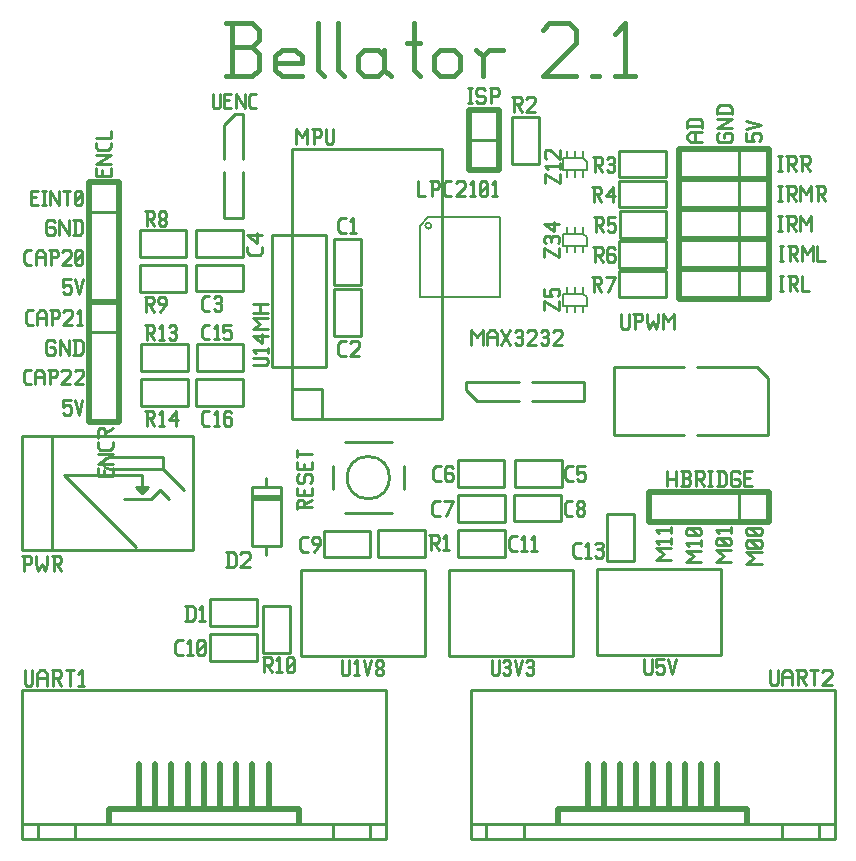
<source format=gbr>
G04 start of page 7 for group -4079 idx -4079 *
G04 Title: (unknown), topsilk *
G04 Creator: pcb 20110918 *
G04 CreationDate: Mon 01 Apr 2013 04:29:37 PM GMT UTC *
G04 For: telmo *
G04 Format: Gerber/RS-274X *
G04 PCB-Dimensions: 275000 278000 *
G04 PCB-Coordinate-Origin: lower left *
%MOIN*%
%FSLAX25Y25*%
%LNTOPSILK*%
%ADD182C,0.0060*%
%ADD181C,0.0080*%
%ADD180C,0.0200*%
%ADD179C,0.0178*%
%ADD178C,0.0100*%
G54D178*X3422Y153757D02*X4969D01*
X2589Y154590D02*X3422Y153757D01*
X2589Y157684D02*Y154590D01*
Y157684D02*X3422Y158517D01*
X4969D01*
X6397Y157327D02*Y153757D01*
Y157327D02*X7230Y158517D01*
X8539D01*
X9372Y157327D01*
Y153757D01*
X6397Y156137D02*X9372D01*
X11395Y158517D02*Y153757D01*
X10800Y158517D02*X13180D01*
X13775Y157922D01*
Y156732D01*
X13180Y156137D02*X13775Y156732D01*
X11395Y156137D02*X13180D01*
X15203Y157922D02*X15798Y158517D01*
X17583D01*
X18178Y157922D01*
Y156732D01*
X15203Y153757D02*X18178Y156732D01*
X15203Y153757D02*X18178D01*
X19606Y157922D02*X20201Y158517D01*
X21986D01*
X22581Y157922D01*
Y156732D01*
X19606Y153757D02*X22581Y156732D01*
X19606Y153757D02*X22581D01*
X15776Y148430D02*X18256D01*
X15776D02*Y145950D01*
X16396Y146570D01*
X17636D01*
X18256Y145950D01*
Y144090D01*
X17636Y143470D02*X18256Y144090D01*
X16396Y143470D02*X17636D01*
X15776Y144090D02*X16396Y143470D01*
X19744Y148430D02*X20984Y143470D01*
X22224Y148430D01*
X12514Y168418D02*X13134Y167798D01*
X10654Y168418D02*X12514D01*
X10034Y167798D02*X10654Y168418D01*
X10034Y167798D02*Y164078D01*
X10654Y163458D01*
X12514D01*
X13134Y164078D01*
Y165318D02*Y164078D01*
X12514Y165938D02*X13134Y165318D01*
X11274Y165938D02*X12514D01*
X14622Y168418D02*Y163458D01*
Y168418D02*X17722Y163458D01*
Y168418D02*Y163458D01*
X19830Y168418D02*Y163458D01*
X21442Y168418D02*X22310Y167550D01*
Y164326D01*
X21442Y163458D02*X22310Y164326D01*
X19210Y163458D02*X21442D01*
X19210Y168418D02*X21442D01*
X4133Y173454D02*X5680D01*
X3300Y174287D02*X4133Y173454D01*
X3300Y177381D02*Y174287D01*
Y177381D02*X4133Y178214D01*
X5680D01*
X7108Y177024D02*Y173454D01*
Y177024D02*X7941Y178214D01*
X9250D01*
X10083Y177024D01*
Y173454D01*
X7108Y175834D02*X10083D01*
X12106Y178214D02*Y173454D01*
X11511Y178214D02*X13891D01*
X14486Y177619D01*
Y176429D01*
X13891Y175834D02*X14486Y176429D01*
X12106Y175834D02*X13891D01*
X15914Y177619D02*X16509Y178214D01*
X18294D01*
X18889Y177619D01*
Y176429D01*
X15914Y173454D02*X18889Y176429D01*
X15914Y173454D02*X18889D01*
X20317Y177262D02*X21269Y178214D01*
Y173454D01*
X20317D02*X22102D01*
X3642Y193543D02*X5189D01*
X2809Y194376D02*X3642Y193543D01*
X2809Y197470D02*Y194376D01*
Y197470D02*X3642Y198303D01*
X5189D01*
X6617Y197113D02*Y193543D01*
Y197113D02*X7450Y198303D01*
X8759D01*
X9592Y197113D01*
Y193543D01*
X6617Y195923D02*X9592D01*
X11615Y198303D02*Y193543D01*
X11020Y198303D02*X13400D01*
X13995Y197708D01*
Y196518D01*
X13400Y195923D02*X13995Y196518D01*
X11615Y195923D02*X13400D01*
X15423Y197708D02*X16018Y198303D01*
X17803D01*
X18398Y197708D01*
Y196518D01*
X15423Y193543D02*X18398Y196518D01*
X15423Y193543D02*X18398D01*
X19826Y194138D02*X20421Y193543D01*
X19826Y197708D02*Y194138D01*
Y197708D02*X20421Y198303D01*
X21611D01*
X22206Y197708D01*
Y194138D01*
X21611Y193543D02*X22206Y194138D01*
X20421Y193543D02*X21611D01*
X19826Y194733D02*X22206Y197113D01*
X4976Y215992D02*X6761D01*
X4976Y213374D02*X7356D01*
X4976Y218134D02*Y213374D01*
Y218134D02*X7356D01*
X8784D02*X9974D01*
X9379D02*Y213374D01*
X8784D02*X9974D01*
X11402Y218134D02*Y213374D01*
Y218134D02*X14377Y213374D01*
Y218134D02*Y213374D01*
X15805Y218134D02*X18185D01*
X16995D02*Y213374D01*
X19613Y213969D02*X20208Y213374D01*
X19613Y217539D02*Y213969D01*
Y217539D02*X20208Y218134D01*
X21398D01*
X21993Y217539D01*
Y213969D01*
X21398Y213374D02*X21993Y213969D01*
X20208Y213374D02*X21398D01*
X19613Y214564D02*X21993Y216944D01*
X15900Y188592D02*X18380D01*
X15900D02*Y186112D01*
X16520Y186732D01*
X17760D01*
X18380Y186112D01*
Y184252D01*
X17760Y183632D02*X18380Y184252D01*
X16520Y183632D02*X17760D01*
X15900Y184252D02*X16520Y183632D01*
X19868Y188592D02*X21108Y183632D01*
X22348Y188592D01*
X12448Y208447D02*X13068Y207827D01*
X10588Y208447D02*X12448D01*
X9968Y207827D02*X10588Y208447D01*
X9968Y207827D02*Y204107D01*
X10588Y203487D01*
X12448D01*
X13068Y204107D01*
Y205347D02*Y204107D01*
X12448Y205967D02*X13068Y205347D01*
X11208Y205967D02*X12448D01*
X14556Y208447D02*Y203487D01*
Y208447D02*X17656Y203487D01*
Y208447D02*Y203487D01*
X19764Y208447D02*Y203487D01*
X21376Y208447D02*X22244Y207579D01*
Y204355D01*
X21376Y203487D02*X22244Y204355D01*
X19144Y203487D02*X21376D01*
X19144Y208447D02*X21376D01*
X225108Y234452D02*X228828D01*
X225108D02*X223868Y235320D01*
Y236684D02*Y235320D01*
Y236684D02*X225108Y237552D01*
X228828D01*
X226348D02*Y234452D01*
X223868Y239660D02*X228828D01*
X223868Y241272D02*X224736Y242140D01*
X227960D01*
X228828Y241272D02*X227960Y242140D01*
X228828Y241272D02*Y239040D01*
X223868Y241272D02*Y239040D01*
G54D179*X70000Y256300D02*X78880D01*
X81100Y258520D01*
Y263848D02*Y258520D01*
X78880Y266068D02*X81100Y263848D01*
X72220Y266068D02*X78880D01*
X72220Y274060D02*Y256300D01*
X70000Y274060D02*X78880D01*
X81100Y271840D01*
Y268288D01*
X78880Y266068D02*X81100Y268288D01*
X88648Y256300D02*X95308D01*
X86428Y258520D02*X88648Y256300D01*
X86428Y262960D02*Y258520D01*
Y262960D02*X88648Y265180D01*
X93088D01*
X95308Y262960D01*
X86428Y260740D02*X95308D01*
Y262960D02*Y260740D01*
X100636Y274060D02*Y258520D01*
X102856Y256300D01*
X107296Y274060D02*Y258520D01*
X109516Y256300D01*
X120616Y265180D02*X122836Y262960D01*
X116176Y265180D02*X120616D01*
X113956Y262960D02*X116176Y265180D01*
X113956Y262960D02*Y258520D01*
X116176Y256300D01*
X122836Y265180D02*Y258520D01*
X125056Y256300D01*
X116176D02*X120616D01*
X122836Y258520D01*
X132604Y274060D02*Y258520D01*
X134824Y256300D01*
X130384Y267400D02*X134824D01*
X139264Y262960D02*Y258520D01*
Y262960D02*X141484Y265180D01*
X145924D01*
X148144Y262960D01*
Y258520D01*
X145924Y256300D02*X148144Y258520D01*
X141484Y256300D02*X145924D01*
X139264Y258520D02*X141484Y256300D01*
X155692Y262960D02*Y256300D01*
Y262960D02*X157912Y265180D01*
X162352D01*
X153472D02*X155692Y262960D01*
X175672Y271840D02*X177892Y274060D01*
X184552D01*
X186772Y271840D01*
Y267400D01*
X175672Y256300D02*X186772Y267400D01*
X175672Y256300D02*X186772D01*
X192100D02*X194320D01*
X199648Y270508D02*X203200Y274060D01*
Y256300D01*
X199648D02*X206308D01*
G54D178*X243559Y237335D02*Y234855D01*
X246039D01*
X245419Y235475D01*
Y236715D02*Y235475D01*
Y236715D02*X246039Y237335D01*
X247899D01*
X248519Y236715D02*X247899Y237335D01*
X248519Y236715D02*Y235475D01*
X247899Y234855D02*X248519Y235475D01*
X243559Y238823D02*X248519Y240063D01*
X243559Y241303D01*
X243530Y93750D02*X248690D01*
X243530D02*X246110Y95685D01*
X243530Y97620D01*
X248690D01*
X248045Y99168D02*X248690Y99813D01*
X244175Y99168D02*X248045D01*
X244175D02*X243530Y99813D01*
Y101103D02*Y99813D01*
Y101103D02*X244175Y101748D01*
X248045D01*
X248690Y101103D02*X248045Y101748D01*
X248690Y101103D02*Y99813D01*
X247400Y99168D02*X244820Y101748D01*
X248045Y103296D02*X248690Y103941D01*
X244175Y103296D02*X248045D01*
X244175D02*X243530Y103941D01*
Y105231D02*Y103941D01*
Y105231D02*X244175Y105876D01*
X248045D01*
X248690Y105231D02*X248045Y105876D01*
X248690Y105231D02*Y103941D01*
X247400Y103296D02*X244820Y105876D01*
X233760Y236896D02*X234380Y237516D01*
X233760Y236896D02*Y235036D01*
X234380Y234416D02*X233760Y235036D01*
X234380Y234416D02*X238100D01*
X238720Y235036D01*
Y236896D02*Y235036D01*
Y236896D02*X238100Y237516D01*
X236860D02*X238100D01*
X236240Y236896D02*X236860Y237516D01*
X236240Y236896D02*Y235656D01*
X233760Y239004D02*X238720D01*
X233760D02*X238720Y242104D01*
X233760D02*X238720D01*
X233760Y244212D02*X238720D01*
X233760Y245824D02*X234628Y246692D01*
X237852D01*
X238720Y245824D02*X237852Y246692D01*
X238720Y245824D02*Y243592D01*
X233760Y245824D02*Y243592D01*
X223400Y94320D02*X228560D01*
X223400D02*X225980Y96255D01*
X223400Y98190D01*
X228560D01*
X224432Y99738D02*X223400Y100770D01*
X228560D01*
Y101673D02*Y99738D01*
X227915Y103221D02*X228560Y103866D01*
X224045Y103221D02*X227915D01*
X224045D02*X223400Y103866D01*
Y105156D02*Y103866D01*
Y105156D02*X224045Y105801D01*
X227915D01*
X228560Y105156D02*X227915Y105801D01*
X228560Y105156D02*Y103866D01*
X227270Y103221D02*X224690Y105801D01*
X213420Y95050D02*X218580D01*
X213420D02*X216000Y96985D01*
X213420Y98920D01*
X218580D01*
X214452Y100468D02*X213420Y101500D01*
X218580D01*
Y102403D02*Y100468D01*
X214452Y103951D02*X213420Y104983D01*
X218580D01*
Y105886D02*Y103951D01*
X233370Y94480D02*X238530D01*
X233370D02*X235950Y96415D01*
X233370Y98350D01*
X238530D01*
X237885Y99898D02*X238530Y100543D01*
X234015Y99898D02*X237885D01*
X234015D02*X233370Y100543D01*
Y101833D02*Y100543D01*
Y101833D02*X234015Y102478D01*
X237885D01*
X238530Y101833D02*X237885Y102478D01*
X238530Y101833D02*Y100543D01*
X237240Y99898D02*X234660Y102478D01*
X234402Y104026D02*X233370Y105058D01*
X238530D01*
Y105961D02*Y104026D01*
G54D180*X233900Y26900D02*Y12050D01*
X228500Y26900D02*Y12050D01*
X223100Y26900D02*Y12050D01*
X217700Y26900D02*Y12050D01*
X212300Y26900D02*Y12050D01*
X206900Y26900D02*Y12050D01*
X201500Y26900D02*Y12050D01*
X196100Y26900D02*Y12050D01*
X190700Y26900D02*Y12050D01*
G54D178*X267750Y7050D02*Y2050D01*
X255250Y7050D02*Y2050D01*
X169350Y7050D02*Y2050D01*
X156850Y7050D02*Y2050D01*
G54D180*X243900Y12050D02*Y7550D01*
X180700Y12050D02*X243900D01*
X180700D02*Y7550D01*
G54D178*X272950Y51750D02*Y2050D01*
X151650D02*X272950D01*
X151650Y51750D02*Y2050D01*
Y51750D02*X272950D01*
X151650Y7050D02*X272950D01*
X193650Y91980D02*X235050D01*
X193650D02*Y63480D01*
X235050D01*
Y91980D02*Y63480D01*
X144500Y91700D02*X185900D01*
X144500D02*Y63200D01*
X185900D01*
Y91700D02*Y63200D01*
X41295Y184517D02*Y193421D01*
X56893D01*
Y184517D01*
X41295D01*
Y196017D02*Y204921D01*
X56893D01*
Y196017D01*
X41295D01*
X41669Y146517D02*Y155421D01*
X57267D01*
Y146517D01*
X41669D01*
Y158018D02*Y166922D01*
X57267D01*
Y158018D01*
X41669D01*
X75705Y193483D02*Y184579D01*
X60107D02*X75705D01*
X60107Y193483D02*Y184579D01*
Y193483D02*X75705D01*
Y204983D02*Y196079D01*
X60107D02*X75705D01*
X60107Y204983D02*Y196079D01*
Y204983D02*X75705D01*
G54D180*X24500Y181000D02*X34500D01*
Y221000D01*
X24500D01*
G54D178*Y211000D02*X34500D01*
G54D180*X24500Y221000D02*Y181000D01*
Y141000D02*X34500D01*
Y181000D01*
X24500D01*
G54D178*Y171000D02*X34500D01*
G54D180*X24500Y181000D02*Y141000D01*
G54D178*X60295Y166922D02*Y158018D01*
Y166922D02*X75893D01*
Y158018D01*
X60295D02*X75893D01*
X120915Y104939D02*Y96035D01*
Y104939D02*X136513D01*
Y96035D01*
X120915D02*X136513D01*
X147394Y116721D02*Y107817D01*
Y116721D02*X162992D01*
Y107817D01*
X147394D02*X162992D01*
X147295Y119517D02*Y128421D01*
X162893D01*
Y119517D01*
X147295D01*
X163005Y104983D02*Y96079D01*
X147407D02*X163005D01*
X147407Y104983D02*Y96079D01*
Y104983D02*X163005D01*
G54D181*X137521Y209379D02*X161379D01*
Y182621D01*
X134621D01*
Y206479D01*
X137521Y209379D01*
X136521Y206479D02*G75*G03X136521Y206479I1000J0D01*G01*
G54D178*X92000Y232000D02*Y142000D01*
X142000D01*
Y232000D02*X92000D01*
Y152000D02*X102000D01*
Y142000D02*Y152000D01*
X142000Y142000D02*Y232000D01*
X106017Y202205D02*X114921D01*
Y186607D01*
X106017D02*X114921D01*
X106017Y202205D02*Y186607D01*
G54D180*X151000Y225000D02*X161000D01*
G54D178*X151000Y235000D02*X161000D01*
G54D180*Y245000D02*Y225000D01*
X151000Y245000D02*Y225000D01*
Y245000D02*X161000D01*
G54D178*X69400Y240200D02*Y228700D01*
Y240200D02*X73000Y243800D01*
X75600D01*
Y228700D01*
X69400Y224300D02*Y209200D01*
X75600D01*
Y224300D02*Y209200D01*
X85500Y203500D02*X103500D01*
X85500Y159500D02*X103500D01*
X85500Y203500D02*Y159500D01*
X103500Y203500D02*Y159500D01*
X106078Y169795D02*X114982D01*
X106078Y185393D02*Y169795D01*
Y185393D02*X114982D01*
Y169795D01*
X105689Y126437D02*Y118563D01*
X129311Y126437D02*Y118563D01*
X109626Y134311D02*X125374D01*
X109626Y110689D02*X125374D01*
X117500Y129586D02*G75*G03X117500Y129586I0J-7086D01*G01*
X165361Y242626D02*X174265D01*
Y227028D01*
X165361D02*X174265D01*
X165361Y242626D02*Y227028D01*
G54D182*X189197Y203850D02*X190378Y202669D01*
X189000Y199716D02*Y197551D01*
X186441Y199716D02*Y197551D01*
X183882Y199716D02*Y197551D01*
Y206016D02*Y203850D01*
X186441Y206016D02*Y203850D01*
X189000Y206016D02*Y203850D01*
X182504Y199716D02*X190378D01*
X182504Y203850D02*Y199716D01*
X190378Y202669D02*Y199716D01*
X182504Y203850D02*X189197D01*
X189211Y229051D02*X190392Y227870D01*
X189014Y224917D02*Y222752D01*
X186455Y224917D02*Y222752D01*
X183896Y224917D02*Y222752D01*
Y231217D02*Y229051D01*
X186455Y231217D02*Y229051D01*
X189014Y231217D02*Y229051D01*
X182518Y224917D02*X190392D01*
X182518Y229051D02*Y224917D01*
X190392Y227870D02*Y224917D01*
X182518Y229051D02*X189211D01*
G54D178*X60169Y155421D02*Y146517D01*
Y155421D02*X75767D01*
Y146517D01*
X60169D02*X75767D01*
X78646Y119255D02*X88354D01*
X83500Y122250D02*Y119255D01*
X88354D02*Y99745D01*
X78646D02*X88354D01*
X83500D02*Y96750D01*
X78646Y119255D02*Y99745D01*
Y116255D02*X88354D01*
X78646Y115755D02*X88354D01*
X78646Y115255D02*X88354D01*
X102638Y104843D02*Y95939D01*
Y104843D02*X118236D01*
Y95939D01*
X102638D02*X118236D01*
X40228Y119281D02*X42228Y117281D01*
X40228Y119281D02*X44228D01*
X42228Y117281D02*X44228Y119281D01*
X42228Y123281D02*Y117281D01*
X16228Y123281D02*X42228D01*
X40228Y99281D02*X16228Y123281D01*
X48228Y118281D02*X51228Y115281D01*
X45228D02*X48228Y118281D01*
X36228Y115281D02*X45228D01*
X49228Y125281D02*X56228Y118281D01*
X49228Y129281D02*Y125281D01*
X31228Y129281D02*X49228D01*
X31228Y125281D02*X49228D01*
X59228Y136281D02*Y98281D01*
X12228Y136281D02*Y98281D01*
X2228D02*X59228D01*
X2228Y136281D02*X59228D01*
X2228D02*Y98281D01*
X29228Y127281D02*G75*G03X31228Y125281I2000J0D01*G01*
Y129281D02*G75*G03X29228Y127281I0J-2000D01*G01*
X95000Y91700D02*X136400D01*
X95000D02*Y63200D01*
X136400D01*
Y91700D02*Y63200D01*
G54D180*X84300Y26900D02*Y12050D01*
X78900Y26900D02*Y12050D01*
X73500Y26900D02*Y12050D01*
X68100Y26900D02*Y12050D01*
X62700Y26900D02*Y12050D01*
X57300Y26900D02*Y12050D01*
X51900Y26900D02*Y12050D01*
X46500Y26900D02*Y12050D01*
X41100Y26900D02*Y12050D01*
G54D178*X118150Y7050D02*Y2050D01*
X105650Y7050D02*Y2050D01*
X19750Y7050D02*Y2050D01*
X7250Y7050D02*Y2050D01*
G54D180*X94300Y12050D02*Y7550D01*
X31100Y12050D02*X94300D01*
X31100D02*Y7550D01*
G54D178*X123350Y51750D02*Y2050D01*
X2050D02*X123350D01*
X2050Y51750D02*Y2050D01*
Y51750D02*X123350D01*
X2050Y7050D02*X123350D01*
X64795Y70421D02*Y61517D01*
Y70421D02*X80393D01*
Y61517D01*
X64795D02*X80393D01*
X82579Y64169D02*X91483D01*
X82579Y79767D02*Y64169D01*
Y79767D02*X91483D01*
Y64169D01*
X80331Y81983D02*Y73079D01*
X64733D02*X80331D01*
X64733Y81983D02*Y73079D01*
Y81983D02*X80331D01*
G54D182*X189197Y183850D02*X190378Y182669D01*
X189000Y179716D02*Y177551D01*
X186441Y179716D02*Y177551D01*
X183882Y179716D02*Y177551D01*
Y186016D02*Y183850D01*
X186441Y186016D02*Y183850D01*
X189000Y186016D02*Y183850D01*
X182504Y179716D02*X190378D01*
X182504Y183850D02*Y179716D01*
X190378Y182669D02*Y179716D01*
X182504Y183850D02*X189197D01*
G54D180*X251000Y202000D02*Y192000D01*
G54D178*X241000Y202000D02*Y192000D01*
G54D180*X221000Y202000D02*X251000D01*
X221000D02*Y192000D01*
X251000D01*
Y182000D01*
G54D178*X241000Y192000D02*Y182000D01*
G54D180*X221000Y192000D02*X251000D01*
X221000D02*Y182000D01*
X251000D01*
Y212000D02*Y202000D01*
G54D178*X241000Y212000D02*Y202000D01*
G54D180*X221000Y212000D02*X251000D01*
X221000D02*Y202000D01*
X251000D01*
Y222000D02*Y212000D01*
G54D178*X241000Y222000D02*Y212000D01*
G54D180*X221000Y222000D02*X251000D01*
X221000D02*Y212000D01*
X251000D01*
G54D178*X201169Y201421D02*Y192517D01*
Y201421D02*X216767D01*
Y192517D01*
X201169D02*X216767D01*
X201200Y221500D02*Y212596D01*
Y221500D02*X216798D01*
Y212596D01*
X201200D02*X216798D01*
X201295Y211421D02*Y202517D01*
Y211421D02*X216893D01*
Y202517D01*
X201295D02*X216893D01*
X201200Y191500D02*Y182596D01*
Y191500D02*X216798D01*
Y182596D01*
X201200D02*X216798D01*
G54D180*X251000Y232000D02*Y222000D01*
G54D178*X241000Y232000D02*Y222000D01*
G54D180*X221000Y232000D02*X251000D01*
X221000D02*Y222000D01*
X251000D01*
G54D178*X201090Y231453D02*Y222549D01*
Y231453D02*X216688D01*
Y222549D01*
X201090D02*X216688D01*
X166338Y119539D02*Y128443D01*
X181936D01*
Y119539D01*
X166338D01*
X166095Y116822D02*Y107918D01*
Y116822D02*X181693D01*
Y107918D01*
X166095D02*X181693D01*
X197018Y94679D02*X205922D01*
X197018Y110277D02*Y94679D01*
Y110277D02*X205922D01*
Y94679D01*
X227200Y159350D02*X247000D01*
X250600Y155750D01*
Y136650D01*
X227200D02*X250600D01*
X199400Y159350D02*X222800D01*
X199400D02*Y136650D01*
X222800D01*
X153700Y148200D02*X167600D01*
X153700D02*X150100Y151800D01*
Y154400D02*Y151800D01*
Y154400D02*X167600D01*
X172000Y148200D02*X189500D01*
Y154400D02*Y148200D01*
X172000Y154400D02*X189500D01*
G54D180*X211020Y117760D02*Y107760D01*
X251020D01*
Y117760D02*Y107760D01*
G54D178*X241020Y117760D02*Y107760D01*
G54D180*X211020Y117760D02*X251020D01*
G54D178*X28843Y224931D02*Y223056D01*
X31593Y225556D02*Y223056D01*
X26593D02*X31593D01*
X26593Y225556D02*Y223056D01*
Y227056D02*X31593D01*
X26593D02*X31593Y230181D01*
X26593D02*X31593D01*
Y234181D02*Y232556D01*
X30718Y231681D02*X31593Y232556D01*
X27468Y231681D02*X30718D01*
X27468D02*X26593Y232556D01*
Y234181D02*Y232556D01*
Y235681D02*X31593D01*
Y238181D02*Y235681D01*
X134000Y221250D02*Y216250D01*
X136500D01*
X138625Y221250D02*Y216250D01*
X138000Y221250D02*X140500D01*
X141125Y220625D01*
Y219375D01*
X140500Y218750D02*X141125Y219375D01*
X138625Y218750D02*X140500D01*
X143500Y216250D02*X145125D01*
X142625Y217125D02*X143500Y216250D01*
X142625Y220375D02*Y217125D01*
Y220375D02*X143500Y221250D01*
X145125D01*
X146625Y220625D02*X147250Y221250D01*
X149125D01*
X149750Y220625D01*
Y219375D01*
X146625Y216250D02*X149750Y219375D01*
X146625Y216250D02*X149750D01*
X151250Y220250D02*X152250Y221250D01*
Y216250D01*
X151250D02*X153125D01*
X154625Y216875D02*X155250Y216250D01*
X154625Y220625D02*Y216875D01*
Y220625D02*X155250Y221250D01*
X156500D01*
X157125Y220625D01*
Y216875D01*
X156500Y216250D02*X157125Y216875D01*
X155250Y216250D02*X156500D01*
X154625Y217500D02*X157125Y220000D01*
X158625Y220250D02*X159625Y221250D01*
Y216250D01*
X158625D02*X160500D01*
X93493Y238696D02*Y233696D01*
Y238696D02*X95368Y236196D01*
X97243Y238696D01*
Y233696D01*
X99368Y238696D02*Y233696D01*
X98743Y238696D02*X101243D01*
X101868Y238071D01*
Y236821D01*
X101243Y236196D02*X101868Y236821D01*
X99368Y236196D02*X101243D01*
X103368Y238696D02*Y234321D01*
X103993Y233696D01*
X105243D01*
X105868Y234321D01*
Y238696D02*Y234321D01*
X150871Y252220D02*X152071D01*
X151471D02*Y247420D01*
X150871D02*X152071D01*
X155911Y252220D02*X156511Y251620D01*
X154111Y252220D02*X155911D01*
X153511Y251620D02*X154111Y252220D01*
X153511Y251620D02*Y250420D01*
X154111Y249820D01*
X155911D01*
X156511Y249220D01*
Y248020D01*
X155911Y247420D02*X156511Y248020D01*
X154111Y247420D02*X155911D01*
X153511Y248020D02*X154111Y247420D01*
X158551Y252220D02*Y247420D01*
X157951Y252220D02*X160351D01*
X160951Y251620D01*
Y250420D01*
X160351Y249820D02*X160951Y250420D01*
X158551Y249820D02*X160351D01*
X65608Y250412D02*Y246212D01*
X66208Y245612D01*
X67408D01*
X68008Y246212D01*
Y250412D02*Y246212D01*
X69448Y248252D02*X71248D01*
X69448Y245612D02*X71848D01*
X69448Y250412D02*Y245612D01*
Y250412D02*X71848D01*
X73288D02*Y245612D01*
Y250412D02*X76288Y245612D01*
Y250412D02*Y245612D01*
X78568D02*X80128D01*
X77728Y246452D02*X78568Y245612D01*
X77728Y249572D02*Y246452D01*
Y249572D02*X78568Y250412D01*
X80128D01*
X165482Y249438D02*X167982D01*
X168607Y248813D01*
Y247563D01*
X167982Y246938D02*X168607Y247563D01*
X166107Y246938D02*X167982D01*
X166107Y249438D02*Y244438D01*
X167107Y246938D02*X168607Y244438D01*
X170107Y248813D02*X170732Y249438D01*
X172607D01*
X173232Y248813D01*
Y247563D01*
X170107Y244438D02*X173232Y247563D01*
X170107Y244438D02*X173232D01*
X42942Y182790D02*X45442D01*
X46067Y182165D01*
Y180915D01*
X45442Y180290D02*X46067Y180915D01*
X43567Y180290D02*X45442D01*
X43567Y182790D02*Y177790D01*
X44567Y180290D02*X46067Y177790D01*
X48192D02*X50067Y180290D01*
Y182165D02*Y180290D01*
X49442Y182790D02*X50067Y182165D01*
X48192Y182790D02*X49442D01*
X47567Y182165D02*X48192Y182790D01*
X47567Y182165D02*Y180915D01*
X48192Y180290D01*
X50067D01*
X43000Y211347D02*X45500D01*
X46125Y210722D01*
Y209472D01*
X45500Y208847D02*X46125Y209472D01*
X43625Y208847D02*X45500D01*
X43625Y211347D02*Y206347D01*
X44625Y208847D02*X46125Y206347D01*
X47625Y206972D02*X48250Y206347D01*
X47625Y207972D02*Y206972D01*
Y207972D02*X48500Y208847D01*
X49250D01*
X50125Y207972D01*
Y206972D01*
X49500Y206347D02*X50125Y206972D01*
X48250Y206347D02*X49500D01*
X47625Y209722D02*X48500Y208847D01*
X47625Y210722D02*Y209722D01*
Y210722D02*X48250Y211347D01*
X49500D01*
X50125Y210722D01*
Y209722D01*
X49250Y208847D02*X50125Y209722D01*
X43031Y173329D02*X45531D01*
X46156Y172704D01*
Y171454D01*
X45531Y170829D02*X46156Y171454D01*
X43656Y170829D02*X45531D01*
X43656Y173329D02*Y168329D01*
X44656Y170829D02*X46156Y168329D01*
X47656Y172329D02*X48656Y173329D01*
Y168329D01*
X47656D02*X49531D01*
X51031Y172704D02*X51656Y173329D01*
X52906D01*
X53531Y172704D01*
X52906Y168329D02*X53531Y168954D01*
X51656Y168329D02*X52906D01*
X51031Y168954D02*X51656Y168329D01*
Y171079D02*X52906D01*
X53531Y172704D02*Y171704D01*
Y170454D02*Y168954D01*
Y170454D02*X52906Y171079D01*
X53531Y171704D02*X52906Y171079D01*
X29557Y125070D02*Y123195D01*
X32307Y125695D02*Y123195D01*
X27307D02*X32307D01*
X27307Y125695D02*Y123195D01*
Y127195D02*X32307D01*
X27307D02*X32307Y130320D01*
X27307D02*X32307D01*
Y134320D02*Y132695D01*
X31432Y131820D02*X32307Y132695D01*
X28182Y131820D02*X31432D01*
X28182D02*X27307Y132695D01*
Y134320D02*Y132695D01*
Y138320D02*Y135820D01*
Y138320D02*X27932Y138945D01*
X29182D01*
X29807Y138320D02*X29182Y138945D01*
X29807Y138320D02*Y136445D01*
X27307D02*X32307D01*
X29807Y137445D02*X32307Y138945D01*
X2950Y58250D02*Y53700D01*
X3600Y53050D01*
X4900D01*
X5550Y53700D01*
Y58250D02*Y53700D01*
X7110Y56950D02*Y53050D01*
Y56950D02*X8020Y58250D01*
X9450D01*
X10360Y56950D01*
Y53050D01*
X7110Y55650D02*X10360D01*
X11920Y58250D02*X14520D01*
X15170Y57600D01*
Y56300D01*
X14520Y55650D02*X15170Y56300D01*
X12570Y55650D02*X14520D01*
X12570Y58250D02*Y53050D01*
X13610Y55650D02*X15170Y53050D01*
X16730Y58250D02*X19330D01*
X18030D02*Y53050D01*
X20890Y57210D02*X21930Y58250D01*
Y53050D01*
X20890D02*X22840D01*
X2713Y96329D02*Y91329D01*
X2088Y96329D02*X4588D01*
X5213Y95704D01*
Y94454D01*
X4588Y93829D02*X5213Y94454D01*
X2713Y93829D02*X4588D01*
X6713Y96329D02*Y93829D01*
X7338Y91329D01*
X8588Y93829D01*
X9838Y91329D01*
X10463Y93829D01*
Y96329D02*Y93829D01*
X11963Y96329D02*X14463D01*
X15088Y95704D01*
Y94454D01*
X14463Y93829D02*X15088Y94454D01*
X12588Y93829D02*X14463D01*
X12588Y96329D02*Y91329D01*
X13588Y93829D02*X15088Y91329D01*
X43031Y144828D02*X45531D01*
X46156Y144203D01*
Y142953D01*
X45531Y142328D02*X46156Y142953D01*
X43656Y142328D02*X45531D01*
X43656Y144828D02*Y139828D01*
X44656Y142328D02*X46156Y139828D01*
X47656Y143828D02*X48656Y144828D01*
Y139828D01*
X47656D02*X49531D01*
X51031Y141703D02*X53531Y144828D01*
X51031Y141703D02*X54156D01*
X53531Y144828D02*Y139828D01*
X62906D02*X64531D01*
X62031Y140703D02*X62906Y139828D01*
X62031Y143953D02*Y140703D01*
Y143953D02*X62906Y144828D01*
X64531D01*
X66031Y143828D02*X67031Y144828D01*
Y139828D01*
X66031D02*X67906D01*
X71281Y144828D02*X71906Y144203D01*
X70031Y144828D02*X71281D01*
X69406Y144203D02*X70031Y144828D01*
X69406Y144203D02*Y140453D01*
X70031Y139828D01*
X71281Y142578D02*X71906Y141953D01*
X69406Y142578D02*X71281D01*
X70031Y139828D02*X71281D01*
X71906Y140453D01*
Y141953D02*Y140453D01*
X70870Y97604D02*Y92604D01*
X72495Y97604D02*X73370Y96729D01*
Y93479D01*
X72495Y92604D02*X73370Y93479D01*
X70245Y92604D02*X72495D01*
X70245Y97604D02*X72495D01*
X74870Y96979D02*X75495Y97604D01*
X77370D01*
X77995Y96979D01*
Y95729D01*
X74870Y92604D02*X77995Y95729D01*
X74870Y92604D02*X77995D01*
X95651Y97796D02*X97276D01*
X94776Y98671D02*X95651Y97796D01*
X94776Y101921D02*Y98671D01*
Y101921D02*X95651Y102796D01*
X97276D01*
X99401Y97796D02*X101276Y100296D01*
Y102171D02*Y100296D01*
X100651Y102796D02*X101276Y102171D01*
X99401Y102796D02*X100651D01*
X98776Y102171D02*X99401Y102796D01*
X98776Y102171D02*Y100921D01*
X99401Y100296D01*
X101276D01*
X93733Y114466D02*Y111966D01*
Y114466D02*X94358Y115091D01*
X95608D01*
X96233Y114466D02*X95608Y115091D01*
X96233Y114466D02*Y112591D01*
X93733D02*X98733D01*
X96233Y113591D02*X98733Y115091D01*
X95983Y118466D02*Y116591D01*
X98733Y119091D02*Y116591D01*
X93733D02*X98733D01*
X93733Y119091D02*Y116591D01*
Y123091D02*X94358Y123716D01*
X93733Y123091D02*Y121216D01*
X94358Y120591D02*X93733Y121216D01*
X94358Y120591D02*X95608D01*
X96233Y121216D01*
Y123091D02*Y121216D01*
Y123091D02*X96858Y123716D01*
X98108D01*
X98733Y123091D02*X98108Y123716D01*
X98733Y123091D02*Y121216D01*
X98108Y120591D02*X98733Y121216D01*
X95983Y127091D02*Y125216D01*
X98733Y127716D02*Y125216D01*
X93733D02*X98733D01*
X93733Y127716D02*Y125216D01*
Y131716D02*Y129216D01*
Y130466D02*X98733D01*
X82160Y199321D02*Y197696D01*
X81285Y196821D02*X82160Y197696D01*
X78035Y196821D02*X81285D01*
X78035D02*X77160Y197696D01*
Y199321D02*Y197696D01*
X80285Y200821D02*X77160Y203321D01*
X80285Y203946D02*Y200821D01*
X77160Y203321D02*X82160D01*
X62933Y177923D02*X64558D01*
X62058Y178798D02*X62933Y177923D01*
X62058Y182048D02*Y178798D01*
Y182048D02*X62933Y182923D01*
X64558D01*
X66058Y182298D02*X66683Y182923D01*
X67933D01*
X68558Y182298D01*
X67933Y177923D02*X68558Y178548D01*
X66683Y177923D02*X67933D01*
X66058Y178548D02*X66683Y177923D01*
Y180673D02*X67933D01*
X68558Y182298D02*Y181298D01*
Y180048D02*Y178548D01*
Y180048D02*X67933Y180673D01*
X68558Y181298D02*X67933Y180673D01*
X62997Y168579D02*X64557D01*
X62157Y169419D02*X62997Y168579D01*
X62157Y172539D02*Y169419D01*
Y172539D02*X62997Y173379D01*
X64557D01*
X65997Y172419D02*X66957Y173379D01*
Y168579D01*
X65997D02*X67797D01*
X69237Y173379D02*X71637D01*
X69237D02*Y170979D01*
X69837Y171579D01*
X71037D01*
X71637Y170979D01*
Y169179D01*
X71037Y168579D02*X71637Y169179D01*
X69837Y168579D02*X71037D01*
X69237Y169179D02*X69837Y168579D01*
X79038Y160000D02*X83413D01*
X84038Y160625D01*
Y161875D02*Y160625D01*
Y161875D02*X83413Y162500D01*
X79038D02*X83413D01*
X80038Y164000D02*X79038Y165000D01*
X84038D01*
Y165875D02*Y164000D01*
X82163Y167375D02*X79038Y169875D01*
X82163Y170500D02*Y167375D01*
X79038Y169875D02*X84038D01*
X79038Y172000D02*X84038D01*
X79038D02*X81538Y173875D01*
X79038Y175750D01*
X84038D01*
X79038Y177250D02*X84038D01*
X79038Y180375D02*X84038D01*
X81538D02*Y177250D01*
X108294Y204051D02*X109919D01*
X107419Y204926D02*X108294Y204051D01*
X107419Y208176D02*Y204926D01*
Y208176D02*X108294Y209051D01*
X109919D01*
X111419Y208051D02*X112419Y209051D01*
Y204051D01*
X111419D02*X113294D01*
X108303Y162894D02*X109928D01*
X107428Y163769D02*X108303Y162894D01*
X107428Y167019D02*Y163769D01*
Y167019D02*X108303Y167894D01*
X109928D01*
X111428Y167269D02*X112053Y167894D01*
X113928D01*
X114553Y167269D01*
Y166019D01*
X111428Y162894D02*X114553Y166019D01*
X111428Y162894D02*X114553D01*
X108600Y61550D02*Y57175D01*
X109225Y56550D01*
X110475D01*
X111100Y57175D01*
Y61550D02*Y57175D01*
X112600Y60550D02*X113600Y61550D01*
Y56550D01*
X112600D02*X114475D01*
X115975Y61550D02*X117225Y56550D01*
X118475Y61550D01*
X119975Y57175D02*X120600Y56550D01*
X119975Y58175D02*Y57175D01*
Y58175D02*X120850Y59050D01*
X121600D01*
X122475Y58175D01*
Y57175D01*
X121850Y56550D02*X122475Y57175D01*
X120600Y56550D02*X121850D01*
X119975Y59925D02*X120850Y59050D01*
X119975Y60925D02*Y59925D01*
Y60925D02*X120600Y61550D01*
X121850D01*
X122475Y60925D01*
Y59925D01*
X121600Y59050D02*X122475Y59925D01*
X54032Y63328D02*X55657D01*
X53157Y64203D02*X54032Y63328D01*
X53157Y67453D02*Y64203D01*
Y67453D02*X54032Y68328D01*
X55657D01*
X57157Y67328D02*X58157Y68328D01*
Y63328D01*
X57157D02*X59032D01*
X60532Y63953D02*X61157Y63328D01*
X60532Y67703D02*Y63953D01*
Y67703D02*X61157Y68328D01*
X62407D01*
X63032Y67703D01*
Y63953D01*
X62407Y63328D02*X63032Y63953D01*
X61157Y63328D02*X62407D01*
X60532Y64578D02*X63032Y67078D01*
X82282Y62576D02*X84782D01*
X85407Y61951D01*
Y60701D01*
X84782Y60076D02*X85407Y60701D01*
X82907Y60076D02*X84782D01*
X82907Y62576D02*Y57576D01*
X83907Y60076D02*X85407Y57576D01*
X86907Y61576D02*X87907Y62576D01*
Y57576D01*
X86907D02*X88782D01*
X90282Y58201D02*X90907Y57576D01*
X90282Y61951D02*Y58201D01*
Y61951D02*X90907Y62576D01*
X92157D01*
X92782Y61951D01*
Y58201D01*
X92157Y57576D02*X92782Y58201D01*
X90907Y57576D02*X92157D01*
X90282Y58826D02*X92782Y61326D01*
X57156Y79829D02*Y74829D01*
X58781Y79829D02*X59656Y78954D01*
Y75704D01*
X58781Y74829D02*X59656Y75704D01*
X56531Y74829D02*X58781D01*
X56531Y79829D02*X58781D01*
X61156Y78829D02*X62156Y79829D01*
Y74829D01*
X61156D02*X63031D01*
X137820Y103250D02*X140320D01*
X140945Y102625D01*
Y101375D01*
X140320Y100750D02*X140945Y101375D01*
X138445Y100750D02*X140320D01*
X138445Y103250D02*Y98250D01*
X139445Y100750D02*X140945Y98250D01*
X142445Y102250D02*X143445Y103250D01*
Y98250D01*
X142445D02*X144320D01*
X139631Y109628D02*X141256D01*
X138756Y110503D02*X139631Y109628D01*
X138756Y113753D02*Y110503D01*
Y113753D02*X139631Y114628D01*
X141256D01*
X143381Y109628D02*X145881Y114628D01*
X142756D02*X145881D01*
X140032Y121328D02*X141657D01*
X139157Y122203D02*X140032Y121328D01*
X139157Y125453D02*Y122203D01*
Y125453D02*X140032Y126328D01*
X141657D01*
X145032D02*X145657Y125703D01*
X143782Y126328D02*X145032D01*
X143157Y125703D02*X143782Y126328D01*
X143157Y125703D02*Y121953D01*
X143782Y121328D01*
X145032Y124078D02*X145657Y123453D01*
X143157Y124078D02*X145032D01*
X143782Y121328D02*X145032D01*
X145657Y121953D01*
Y123453D02*Y121953D01*
X251550Y58500D02*Y54125D01*
X252175Y53500D01*
X253425D01*
X254050Y54125D01*
Y58500D02*Y54125D01*
X255550Y57250D02*Y53500D01*
Y57250D02*X256425Y58500D01*
X257800D01*
X258675Y57250D01*
Y53500D01*
X255550Y56000D02*X258675D01*
X260175Y58500D02*X262675D01*
X263300Y57875D01*
Y56625D01*
X262675Y56000D02*X263300Y56625D01*
X260800Y56000D02*X262675D01*
X260800Y58500D02*Y53500D01*
X261800Y56000D02*X263300Y53500D01*
X264800Y58500D02*X267300D01*
X266050D02*Y53500D01*
X268800Y57875D02*X269425Y58500D01*
X271300D01*
X271925Y57875D01*
Y56625D01*
X268800Y53500D02*X271925Y56625D01*
X268800Y53500D02*X271925D01*
X209420Y62030D02*Y57655D01*
X210045Y57030D01*
X211295D01*
X211920Y57655D01*
Y62030D02*Y57655D01*
X213420Y62030D02*X215920D01*
X213420D02*Y59530D01*
X214045Y60155D01*
X215295D01*
X215920Y59530D01*
Y57655D01*
X215295Y57030D02*X215920Y57655D01*
X214045Y57030D02*X215295D01*
X213420Y57655D02*X214045Y57030D01*
X217420Y62030D02*X218670Y57030D01*
X219920Y62030D01*
X158600Y61600D02*Y57400D01*
X159200Y56800D01*
X160400D01*
X161000Y57400D01*
Y61600D02*Y57400D01*
X162440Y61000D02*X163040Y61600D01*
X164240D01*
X164840Y61000D01*
X164240Y56800D02*X164840Y57400D01*
X163040Y56800D02*X164240D01*
X162440Y57400D02*X163040Y56800D01*
Y59440D02*X164240D01*
X164840Y61000D02*Y60040D01*
Y58840D02*Y57400D01*
Y58840D02*X164240Y59440D01*
X164840Y60040D02*X164240Y59440D01*
X166280Y61600D02*X167480Y56800D01*
X168680Y61600D01*
X170120Y61000D02*X170720Y61600D01*
X171920D01*
X172520Y61000D01*
X171920Y56800D02*X172520Y57400D01*
X170720Y56800D02*X171920D01*
X170120Y57400D02*X170720Y56800D01*
Y59440D02*X171920D01*
X172520Y61000D02*Y60040D01*
Y58840D02*Y57400D01*
Y58840D02*X171920Y59440D01*
X172520Y60040D02*X171920Y59440D01*
X184075Y121350D02*X185700D01*
X183200Y122225D02*X184075Y121350D01*
X183200Y125475D02*Y122225D01*
Y125475D02*X184075Y126350D01*
X185700D01*
X187200D02*X189700D01*
X187200D02*Y123850D01*
X187825Y124475D01*
X189075D01*
X189700Y123850D01*
Y121975D01*
X189075Y121350D02*X189700Y121975D01*
X187825Y121350D02*X189075D01*
X187200Y121975D02*X187825Y121350D01*
X183915Y109750D02*X185540D01*
X183040Y110625D02*X183915Y109750D01*
X183040Y113875D02*Y110625D01*
Y113875D02*X183915Y114750D01*
X185540D01*
X187040Y110375D02*X187665Y109750D01*
X187040Y111375D02*Y110375D01*
Y111375D02*X187915Y112250D01*
X188665D01*
X189540Y111375D01*
Y110375D01*
X188915Y109750D02*X189540Y110375D01*
X187665Y109750D02*X188915D01*
X187040Y113125D02*X187915Y112250D01*
X187040Y114125D02*Y113125D01*
Y114125D02*X187665Y114750D01*
X188915D01*
X189540Y114125D01*
Y113125D01*
X188665Y112250D02*X189540Y113125D01*
X186746Y95839D02*X188371D01*
X185871Y96714D02*X186746Y95839D01*
X185871Y99964D02*Y96714D01*
Y99964D02*X186746Y100839D01*
X188371D01*
X189871Y99839D02*X190871Y100839D01*
Y95839D01*
X189871D02*X191746D01*
X193246Y100214D02*X193871Y100839D01*
X195121D01*
X195746Y100214D01*
X195121Y95839D02*X195746Y96464D01*
X193871Y95839D02*X195121D01*
X193246Y96464D02*X193871Y95839D01*
Y98589D02*X195121D01*
X195746Y100214D02*Y99214D01*
Y97964D02*Y96464D01*
Y97964D02*X195121Y98589D01*
X195746Y99214D02*X195121Y98589D01*
X165375Y98077D02*X167000D01*
X164500Y98952D02*X165375Y98077D01*
X164500Y102202D02*Y98952D01*
Y102202D02*X165375Y103077D01*
X167000D01*
X168500Y102077D02*X169500Y103077D01*
Y98077D01*
X168500D02*X170375D01*
X171875Y102077D02*X172875Y103077D01*
Y98077D01*
X171875D02*X173750D01*
X217040Y124670D02*Y119670D01*
X220165Y124670D02*Y119670D01*
X217040Y122170D02*X220165D01*
X221665Y119670D02*X224165D01*
X224790Y120295D01*
Y121795D02*Y120295D01*
X224165Y122420D02*X224790Y121795D01*
X222290Y122420D02*X224165D01*
X222290Y124670D02*Y119670D01*
X221665Y124670D02*X224165D01*
X224790Y124045D01*
Y123045D01*
X224165Y122420D02*X224790Y123045D01*
X226290Y124670D02*X228790D01*
X229415Y124045D01*
Y122795D01*
X228790Y122170D02*X229415Y122795D01*
X226915Y122170D02*X228790D01*
X226915Y124670D02*Y119670D01*
X227915Y122170D02*X229415Y119670D01*
X230915Y124670D02*X232165D01*
X231540D02*Y119670D01*
X230915D02*X232165D01*
X234290Y124670D02*Y119670D01*
X235915Y124670D02*X236790Y123795D01*
Y120545D01*
X235915Y119670D02*X236790Y120545D01*
X233665Y119670D02*X235915D01*
X233665Y124670D02*X235915D01*
X240790D02*X241415Y124045D01*
X238915Y124670D02*X240790D01*
X238290Y124045D02*X238915Y124670D01*
X238290Y124045D02*Y120295D01*
X238915Y119670D01*
X240790D01*
X241415Y120295D01*
Y121545D02*Y120295D01*
X240790Y122170D02*X241415Y121545D01*
X239540Y122170D02*X240790D01*
X242915Y122420D02*X244790D01*
X242915Y119670D02*X245415D01*
X242915Y124670D02*Y119670D01*
Y124670D02*X245415D01*
X201781Y177202D02*Y172827D01*
X202406Y172202D01*
X203656D01*
X204281Y172827D01*
Y177202D02*Y172827D01*
X206406Y177202D02*Y172202D01*
X205781Y177202D02*X208281D01*
X208906Y176577D01*
Y175327D01*
X208281Y174702D02*X208906Y175327D01*
X206406Y174702D02*X208281D01*
X210406Y177202D02*Y174702D01*
X211031Y172202D01*
X212281Y174702D01*
X213531Y172202D01*
X214156Y174702D01*
Y177202D02*Y174702D01*
X215656Y177202D02*Y172202D01*
Y177202D02*X217531Y174702D01*
X219406Y177202D01*
Y172202D01*
X176210Y181535D02*Y178410D01*
X181210D02*X176210Y181535D01*
X181210D02*Y178410D01*
X176210Y185535D02*Y183035D01*
X178710D01*
X178085Y183660D01*
Y184910D02*Y183660D01*
Y184910D02*X178710Y185535D01*
X180585D01*
X181210Y184910D02*X180585Y185535D01*
X181210Y184910D02*Y183660D01*
X180585Y183035D02*X181210Y183660D01*
X176229Y199066D02*Y195941D01*
X181229D02*X176229Y199066D01*
X181229D02*Y195941D01*
X176854Y200566D02*X176229Y201191D01*
Y202441D02*Y201191D01*
Y202441D02*X176854Y203066D01*
X181229Y202441D02*X180604Y203066D01*
X181229Y202441D02*Y201191D01*
X180604Y200566D02*X181229Y201191D01*
X178479Y202441D02*Y201191D01*
X176854Y203066D02*X177854D01*
X179104D02*X180604D01*
X179104D02*X178479Y202441D01*
X177854Y203066D02*X178479Y202441D01*
X179354Y204566D02*X176229Y207066D01*
X179354Y207691D02*Y204566D01*
X176229Y207066D02*X181229D01*
X192531Y199328D02*X195031D01*
X195656Y198703D01*
Y197453D01*
X195031Y196828D02*X195656Y197453D01*
X193156Y196828D02*X195031D01*
X193156Y199328D02*Y194328D01*
X194156Y196828D02*X195656Y194328D01*
X199031Y199328D02*X199656Y198703D01*
X197781Y199328D02*X199031D01*
X197156Y198703D02*X197781Y199328D01*
X197156Y198703D02*Y194953D01*
X197781Y194328D01*
X199031Y197078D02*X199656Y196453D01*
X197156Y197078D02*X199031D01*
X197781Y194328D02*X199031D01*
X199656Y194953D01*
Y196453D02*Y194953D01*
X192062Y189407D02*X194562D01*
X195187Y188782D01*
Y187532D01*
X194562Y186907D02*X195187Y187532D01*
X192687Y186907D02*X194562D01*
X192687Y189407D02*Y184407D01*
X193687Y186907D02*X195187Y184407D01*
X197312D02*X199812Y189407D01*
X196687D02*X199812D01*
X151882Y171790D02*Y166790D01*
Y171790D02*X153757Y169290D01*
X155632Y171790D01*
Y166790D01*
X157132Y170540D02*Y166790D01*
Y170540D02*X158007Y171790D01*
X159382D01*
X160257Y170540D01*
Y166790D01*
X157132Y169290D02*X160257D01*
X161757Y166790D02*X164882Y171790D01*
X161757D02*X164882Y166790D01*
X166382Y171165D02*X167007Y171790D01*
X168257D01*
X168882Y171165D01*
X168257Y166790D02*X168882Y167415D01*
X167007Y166790D02*X168257D01*
X166382Y167415D02*X167007Y166790D01*
Y169540D02*X168257D01*
X168882Y171165D02*Y170165D01*
Y168915D02*Y167415D01*
Y168915D02*X168257Y169540D01*
X168882Y170165D02*X168257Y169540D01*
X170382Y171165D02*X171007Y171790D01*
X172882D01*
X173507Y171165D01*
Y169915D01*
X170382Y166790D02*X173507Y169915D01*
X170382Y166790D02*X173507D01*
X175007Y171165D02*X175632Y171790D01*
X176882D01*
X177507Y171165D01*
X176882Y166790D02*X177507Y167415D01*
X175632Y166790D02*X176882D01*
X175007Y167415D02*X175632Y166790D01*
Y169540D02*X176882D01*
X177507Y171165D02*Y170165D01*
Y168915D02*Y167415D01*
Y168915D02*X176882Y169540D01*
X177507Y170165D02*X176882Y169540D01*
X179007Y171165D02*X179632Y171790D01*
X181507D01*
X182132Y171165D01*
Y169915D01*
X179007Y166790D02*X182132Y169915D01*
X179007Y166790D02*X182132D01*
X254600Y199550D02*X255850D01*
X255225D02*Y194550D01*
X254600D02*X255850D01*
X257350Y199550D02*X259850D01*
X260475Y198925D01*
Y197675D01*
X259850Y197050D02*X260475Y197675D01*
X257975Y197050D02*X259850D01*
X257975Y199550D02*Y194550D01*
X258975Y197050D02*X260475Y194550D01*
X261975Y199550D02*Y194550D01*
Y199550D02*X263850Y197050D01*
X265725Y199550D01*
Y194550D01*
X267225Y199550D02*Y194550D01*
X269725D01*
X254100Y229550D02*X255350D01*
X254725D02*Y224550D01*
X254100D02*X255350D01*
X256850Y229550D02*X259350D01*
X259975Y228925D01*
Y227675D01*
X259350Y227050D02*X259975Y227675D01*
X257475Y227050D02*X259350D01*
X257475Y229550D02*Y224550D01*
X258475Y227050D02*X259975Y224550D01*
X261475Y229550D02*X263975D01*
X264600Y228925D01*
Y227675D01*
X263975Y227050D02*X264600Y227675D01*
X262100Y227050D02*X263975D01*
X262100Y229550D02*Y224550D01*
X263100Y227050D02*X264600Y224550D01*
X254600Y189550D02*X255850D01*
X255225D02*Y184550D01*
X254600D02*X255850D01*
X257350Y189550D02*X259850D01*
X260475Y188925D01*
Y187675D01*
X259850Y187050D02*X260475Y187675D01*
X257975Y187050D02*X259850D01*
X257975Y189550D02*Y184550D01*
X258975Y187050D02*X260475Y184550D01*
X261975Y189550D02*Y184550D01*
X264475D01*
X254100Y209550D02*X255350D01*
X254725D02*Y204550D01*
X254100D02*X255350D01*
X256850Y209550D02*X259350D01*
X259975Y208925D01*
Y207675D01*
X259350Y207050D02*X259975Y207675D01*
X257475Y207050D02*X259350D01*
X257475Y209550D02*Y204550D01*
X258475Y207050D02*X259975Y204550D01*
X261475Y209550D02*Y204550D01*
Y209550D02*X263350Y207050D01*
X265225Y209550D01*
Y204550D01*
X254100Y219550D02*X255350D01*
X254725D02*Y214550D01*
X254100D02*X255350D01*
X256850Y219550D02*X259350D01*
X259975Y218925D01*
Y217675D01*
X259350Y217050D02*X259975Y217675D01*
X257475Y217050D02*X259350D01*
X257475Y219550D02*Y214550D01*
X258475Y217050D02*X259975Y214550D01*
X261475Y219550D02*Y214550D01*
Y219550D02*X263350Y217050D01*
X265225Y219550D01*
Y214550D01*
X266725Y219550D02*X269225D01*
X269850Y218925D01*
Y217675D01*
X269225Y217050D02*X269850Y217675D01*
X267350Y217050D02*X269225D01*
X267350Y219550D02*Y214550D01*
X268350Y217050D02*X269850Y214550D01*
X192452Y229360D02*X194952D01*
X195577Y228735D01*
Y227485D01*
X194952Y226860D02*X195577Y227485D01*
X193077Y226860D02*X194952D01*
X193077Y229360D02*Y224360D01*
X194077Y226860D02*X195577Y224360D01*
X197077Y228735D02*X197702Y229360D01*
X198952D01*
X199577Y228735D01*
X198952Y224360D02*X199577Y224985D01*
X197702Y224360D02*X198952D01*
X197077Y224985D02*X197702Y224360D01*
Y227110D02*X198952D01*
X199577Y228735D02*Y227735D01*
Y226485D02*Y224985D01*
Y226485D02*X198952Y227110D01*
X199577Y227735D02*X198952Y227110D01*
X176264Y223846D02*Y220721D01*
X181264D02*X176264Y223846D01*
X181264D02*Y220721D01*
X177264Y225346D02*X176264Y226346D01*
X181264D01*
Y227221D02*Y225346D01*
X176889Y228721D02*X176264Y229346D01*
Y231221D02*Y229346D01*
Y231221D02*X176889Y231846D01*
X178139D01*
X181264Y228721D02*X178139Y231846D01*
X181264D02*Y228721D01*
X192062Y219407D02*X194562D01*
X195187Y218782D01*
Y217532D01*
X194562Y216907D02*X195187Y217532D01*
X192687Y216907D02*X194562D01*
X192687Y219407D02*Y214407D01*
X193687Y216907D02*X195187Y214407D01*
X196687Y216282D02*X199187Y219407D01*
X196687Y216282D02*X199812D01*
X199187Y219407D02*Y214407D01*
X192657Y209328D02*X195157D01*
X195782Y208703D01*
Y207453D01*
X195157Y206828D02*X195782Y207453D01*
X193282Y206828D02*X195157D01*
X193282Y209328D02*Y204328D01*
X194282Y206828D02*X195782Y204328D01*
X197282Y209328D02*X199782D01*
X197282D02*Y206828D01*
X197907Y207453D01*
X199157D01*
X199782Y206828D01*
Y204953D01*
X199157Y204328D02*X199782Y204953D01*
X197907Y204328D02*X199157D01*
X197282Y204953D02*X197907Y204328D01*
M02*

</source>
